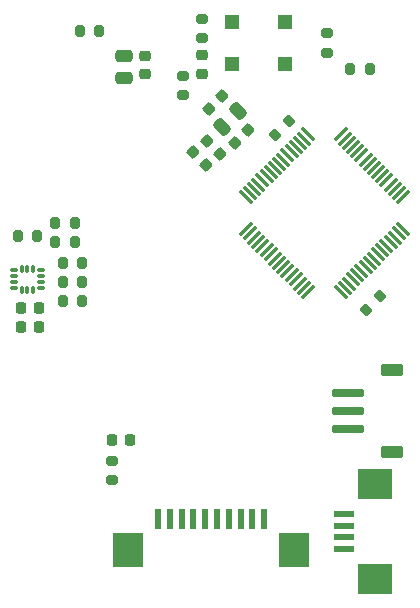
<source format=gbr>
%TF.GenerationSoftware,KiCad,Pcbnew,9.0.0-1.fc40*%
%TF.CreationDate,2025-03-21T22:07:14+01:00*%
%TF.ProjectId,airMouse-mcu,6169724d-6f75-4736-952d-6d63752e6b69,v1.0*%
%TF.SameCoordinates,Original*%
%TF.FileFunction,Paste,Bot*%
%TF.FilePolarity,Positive*%
%FSLAX46Y46*%
G04 Gerber Fmt 4.6, Leading zero omitted, Abs format (unit mm)*
G04 Created by KiCad (PCBNEW 9.0.0-1.fc40) date 2025-03-21 22:07:14*
%MOMM*%
%LPD*%
G01*
G04 APERTURE LIST*
G04 Aperture macros list*
%AMRoundRect*
0 Rectangle with rounded corners*
0 $1 Rounding radius*
0 $2 $3 $4 $5 $6 $7 $8 $9 X,Y pos of 4 corners*
0 Add a 4 corners polygon primitive as box body*
4,1,4,$2,$3,$4,$5,$6,$7,$8,$9,$2,$3,0*
0 Add four circle primitives for the rounded corners*
1,1,$1+$1,$2,$3*
1,1,$1+$1,$4,$5*
1,1,$1+$1,$6,$7*
1,1,$1+$1,$8,$9*
0 Add four rect primitives between the rounded corners*
20,1,$1+$1,$2,$3,$4,$5,0*
20,1,$1+$1,$4,$5,$6,$7,0*
20,1,$1+$1,$6,$7,$8,$9,0*
20,1,$1+$1,$8,$9,$2,$3,0*%
G04 Aperture macros list end*
%ADD10RoundRect,0.200000X0.200000X0.275000X-0.200000X0.275000X-0.200000X-0.275000X0.200000X-0.275000X0*%
%ADD11RoundRect,0.225000X0.225000X0.250000X-0.225000X0.250000X-0.225000X-0.250000X0.225000X-0.250000X0*%
%ADD12RoundRect,0.087500X0.087500X0.225000X-0.087500X0.225000X-0.087500X-0.225000X0.087500X-0.225000X0*%
%ADD13RoundRect,0.087500X0.225000X0.087500X-0.225000X0.087500X-0.225000X-0.087500X0.225000X-0.087500X0*%
%ADD14RoundRect,0.200000X-0.200000X-0.275000X0.200000X-0.275000X0.200000X0.275000X-0.200000X0.275000X0*%
%ADD15RoundRect,0.225000X-0.225000X-0.250000X0.225000X-0.250000X0.225000X0.250000X-0.225000X0.250000X0*%
%ADD16R,1.200000X1.200000*%
%ADD17RoundRect,0.200000X-0.275000X0.200000X-0.275000X-0.200000X0.275000X-0.200000X0.275000X0.200000X0*%
%ADD18RoundRect,0.200000X0.275000X-0.200000X0.275000X0.200000X-0.275000X0.200000X-0.275000X-0.200000X0*%
%ADD19RoundRect,0.200000X-0.053033X0.335876X-0.335876X0.053033X0.053033X-0.335876X0.335876X-0.053033X0*%
%ADD20RoundRect,0.225000X0.335876X0.017678X0.017678X0.335876X-0.335876X-0.017678X-0.017678X-0.335876X0*%
%ADD21R,0.600000X1.800000*%
%ADD22R,2.500000X3.000000*%
%ADD23RoundRect,0.250000X0.159099X-0.512652X0.512652X-0.159099X-0.159099X0.512652X-0.512652X0.159099X0*%
%ADD24R,1.800000X0.600000*%
%ADD25R,3.000000X2.500000*%
%ADD26RoundRect,0.225000X-0.250000X0.225000X-0.250000X-0.225000X0.250000X-0.225000X0.250000X0.225000X0*%
%ADD27RoundRect,0.250000X-0.475000X0.250000X-0.475000X-0.250000X0.475000X-0.250000X0.475000X0.250000X0*%
%ADD28RoundRect,0.225000X0.017678X-0.335876X0.335876X-0.017678X-0.017678X0.335876X-0.335876X0.017678X0*%
%ADD29RoundRect,0.075000X-0.548008X-0.441942X-0.441942X-0.548008X0.548008X0.441942X0.441942X0.548008X0*%
%ADD30RoundRect,0.075000X-0.548008X0.441942X0.441942X-0.548008X0.548008X-0.441942X-0.441942X0.548008X0*%
%ADD31RoundRect,0.225000X-0.335876X-0.017678X-0.017678X-0.335876X0.335876X0.017678X0.017678X0.335876X0*%
%ADD32RoundRect,0.175000X-1.175000X0.175000X-1.175000X-0.175000X1.175000X-0.175000X1.175000X0.175000X0*%
%ADD33RoundRect,0.250000X-0.700000X0.300000X-0.700000X-0.300000X0.700000X-0.300000X0.700000X0.300000X0*%
G04 APERTURE END LIST*
D10*
%TO.C,R9*%
X136630113Y-95200000D03*
X138280113Y-95200000D03*
%TD*%
D11*
%TO.C,C5*%
X133680113Y-102400000D03*
X135230113Y-102400000D03*
%TD*%
%TO.C,C4*%
X133680113Y-104000000D03*
X135230113Y-104000000D03*
%TD*%
D10*
%TO.C,R8*%
X136630113Y-96800000D03*
X138280113Y-96800000D03*
%TD*%
D12*
%TO.C,U1*%
X134755113Y-99087500D03*
X134255113Y-99087500D03*
X133755113Y-99087500D03*
D13*
X133092613Y-99250000D03*
X133092613Y-99750000D03*
X133092613Y-100250000D03*
X133092613Y-100750000D03*
D12*
X133755113Y-100912500D03*
X134255113Y-100912500D03*
X134755113Y-100912500D03*
D13*
X135417613Y-100750000D03*
X135417613Y-100250000D03*
X135417613Y-99750000D03*
X135417613Y-99250000D03*
%TD*%
D14*
%TO.C,R4*%
X138880113Y-101800000D03*
X137230113Y-101800000D03*
%TD*%
%TO.C,R3*%
X138880113Y-100200000D03*
X137230113Y-100200000D03*
%TD*%
%TO.C,R1*%
X135080113Y-96300000D03*
X133430113Y-96300000D03*
%TD*%
%TO.C,R2*%
X138880113Y-98600000D03*
X137230113Y-98600000D03*
%TD*%
D15*
%TO.C,C8*%
X141400000Y-113600000D03*
X142950000Y-113600000D03*
%TD*%
D16*
%TO.C,SW1*%
X151575000Y-78250000D03*
X156025000Y-78250000D03*
X151575000Y-81750000D03*
X156025000Y-81750000D03*
%TD*%
D17*
%TO.C,R17*%
X159600000Y-79175000D03*
X159600000Y-80825000D03*
%TD*%
D18*
%TO.C,R25*%
X141400000Y-117000000D03*
X141400000Y-115350000D03*
%TD*%
D10*
%TO.C,R19*%
X161575000Y-82200000D03*
X163225000Y-82200000D03*
%TD*%
D19*
%TO.C,R7*%
X155216637Y-87783363D03*
X156383363Y-86616637D03*
%TD*%
D17*
%TO.C,R13*%
X147400000Y-82750000D03*
X147400000Y-84400000D03*
%TD*%
D20*
%TO.C,C9*%
X148305278Y-89204445D03*
X149401294Y-90300461D03*
%TD*%
D21*
%TO.C,J5*%
X154300000Y-120312500D03*
X153300000Y-120312500D03*
X152300000Y-120312500D03*
X151300000Y-120312500D03*
X150300000Y-120312500D03*
X149300000Y-120312500D03*
X148300000Y-120312500D03*
X147300000Y-120312500D03*
X146300000Y-120312500D03*
X145300000Y-120312500D03*
D22*
X156800000Y-122912500D03*
X142800000Y-122912500D03*
%TD*%
D23*
%TO.C,C12*%
X152071751Y-85728249D03*
X150728249Y-87071751D03*
%TD*%
D19*
%TO.C,R11*%
X162916637Y-102583363D03*
X164083363Y-101416637D03*
%TD*%
D10*
%TO.C,R12*%
X140325000Y-79000000D03*
X138675000Y-79000000D03*
%TD*%
D24*
%TO.C,J6*%
X161062500Y-119850000D03*
X161062500Y-120850000D03*
X161062500Y-121850000D03*
X161062500Y-122850000D03*
D25*
X163662500Y-117350000D03*
X163662500Y-125350000D03*
%TD*%
D26*
%TO.C,C15*%
X144200000Y-81050000D03*
X144200000Y-82600000D03*
%TD*%
D27*
%TO.C,C16*%
X142400000Y-81050001D03*
X142400000Y-82949999D03*
%TD*%
D28*
%TO.C,C11*%
X152948008Y-87351992D03*
X151851992Y-88448008D03*
%TD*%
%TO.C,C10*%
X150748008Y-84451992D03*
X149651992Y-85548008D03*
%TD*%
D29*
%TO.C,U3*%
X152735519Y-95761181D03*
X153089072Y-96114734D03*
X153442625Y-96468287D03*
X153796179Y-96821841D03*
X154149732Y-97175394D03*
X154503286Y-97528948D03*
X154856839Y-97882501D03*
X155210392Y-98236054D03*
X155563946Y-98589608D03*
X155917499Y-98943161D03*
X156271052Y-99296714D03*
X156624606Y-99650268D03*
X156978159Y-100003821D03*
X157331713Y-100357375D03*
X157685266Y-100710928D03*
X158038819Y-101064481D03*
D30*
X160761181Y-101064481D03*
X161114734Y-100710928D03*
X161468287Y-100357375D03*
X161821841Y-100003821D03*
X162175394Y-99650268D03*
X162528948Y-99296714D03*
X162882501Y-98943161D03*
X163236054Y-98589608D03*
X163589608Y-98236054D03*
X163943161Y-97882501D03*
X164296714Y-97528948D03*
X164650268Y-97175394D03*
X165003821Y-96821841D03*
X165357375Y-96468287D03*
X165710928Y-96114734D03*
X166064481Y-95761181D03*
D29*
X166064481Y-93038819D03*
X165710928Y-92685266D03*
X165357375Y-92331713D03*
X165003821Y-91978159D03*
X164650268Y-91624606D03*
X164296714Y-91271052D03*
X163943161Y-90917499D03*
X163589608Y-90563946D03*
X163236054Y-90210392D03*
X162882501Y-89856839D03*
X162528948Y-89503286D03*
X162175394Y-89149732D03*
X161821841Y-88796179D03*
X161468287Y-88442625D03*
X161114734Y-88089072D03*
X160761181Y-87735519D03*
D30*
X158038819Y-87735519D03*
X157685266Y-88089072D03*
X157331713Y-88442625D03*
X156978159Y-88796179D03*
X156624606Y-89149732D03*
X156271052Y-89503286D03*
X155917499Y-89856839D03*
X155563946Y-90210392D03*
X155210392Y-90563946D03*
X154856839Y-90917499D03*
X154503286Y-91271052D03*
X154149732Y-91624606D03*
X153796179Y-91978159D03*
X153442625Y-92331713D03*
X153089072Y-92685266D03*
X152735519Y-93038819D03*
%TD*%
D31*
%TO.C,FB1*%
X150548008Y-89348008D03*
X149451992Y-88251992D03*
%TD*%
D17*
%TO.C,R18*%
X149000000Y-77950000D03*
X149000000Y-79600000D03*
%TD*%
D26*
%TO.C,C14*%
X149000000Y-81025000D03*
X149000000Y-82575000D03*
%TD*%
D32*
%TO.C,J2*%
X161400000Y-109650000D03*
X161400000Y-111150000D03*
X161400000Y-112650000D03*
D33*
X165100000Y-107700000D03*
X165100000Y-114600000D03*
%TD*%
M02*

</source>
